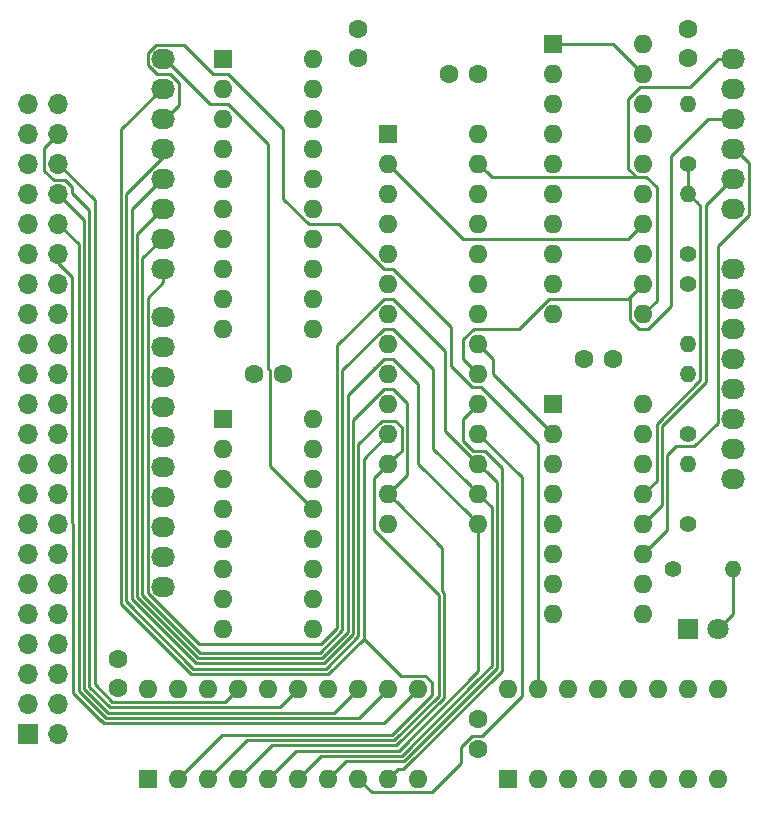
<source format=gbr>
G04 #@! TF.GenerationSoftware,KiCad,Pcbnew,(5.1.2)-2*
G04 #@! TF.CreationDate,2019-07-26T21:41:05+12:00*
G04 #@! TF.ProjectId,APEDSK-AU,41504544-534b-42d4-9155-2e6b69636164,rev?*
G04 #@! TF.SameCoordinates,Original*
G04 #@! TF.FileFunction,Copper,L1,Top*
G04 #@! TF.FilePolarity,Positive*
%FSLAX46Y46*%
G04 Gerber Fmt 4.6, Leading zero omitted, Abs format (unit mm)*
G04 Created by KiCad (PCBNEW (5.1.2)-2) date 2019-07-26 21:41:05*
%MOMM*%
%LPD*%
G04 APERTURE LIST*
%ADD10O,1.600000X1.600000*%
%ADD11R,1.600000X1.600000*%
%ADD12O,1.400000X1.400000*%
%ADD13C,1.400000*%
%ADD14O,1.700000X1.700000*%
%ADD15R,1.700000X1.700000*%
%ADD16O,2.032000X1.727200*%
%ADD17C,1.800000*%
%ADD18R,1.800000X1.800000*%
%ADD19C,1.600000*%
%ADD20C,0.250000*%
G04 APERTURE END LIST*
D10*
X122428000Y-126365000D03*
X145288000Y-133985000D03*
X124968000Y-126365000D03*
X142748000Y-133985000D03*
X127508000Y-126365000D03*
X140208000Y-133985000D03*
X130048000Y-126365000D03*
X137668000Y-133985000D03*
X132588000Y-126365000D03*
X135128000Y-133985000D03*
X135128000Y-126365000D03*
X132588000Y-133985000D03*
X137668000Y-126365000D03*
X130048000Y-133985000D03*
X140208000Y-126365000D03*
X127508000Y-133985000D03*
X142748000Y-126365000D03*
X124968000Y-133985000D03*
X145288000Y-126365000D03*
D11*
X122428000Y-133985000D03*
D12*
X168148000Y-76835000D03*
D13*
X168148000Y-81915000D03*
D14*
X114808000Y-76835000D03*
X112268000Y-76835000D03*
X114808000Y-79375000D03*
X112268000Y-79375000D03*
X114808000Y-81915000D03*
X112268000Y-81915000D03*
X114808000Y-84455000D03*
X112268000Y-84455000D03*
X114808000Y-86995000D03*
X112268000Y-86995000D03*
X114808000Y-89535000D03*
X112268000Y-89535000D03*
X114808000Y-92075000D03*
X112268000Y-92075000D03*
X114808000Y-94615000D03*
X112268000Y-94615000D03*
X114808000Y-97155000D03*
X112268000Y-97155000D03*
X114808000Y-99695000D03*
X112268000Y-99695000D03*
X114808000Y-102235000D03*
X112268000Y-102235000D03*
X114808000Y-104775000D03*
X112268000Y-104775000D03*
X114808000Y-107315000D03*
X112268000Y-107315000D03*
X114808000Y-109855000D03*
X112268000Y-109855000D03*
X114808000Y-112395000D03*
X112268000Y-112395000D03*
X114808000Y-114935000D03*
X112268000Y-114935000D03*
X114808000Y-117475000D03*
X112268000Y-117475000D03*
X114808000Y-120015000D03*
X112268000Y-120015000D03*
X114808000Y-122555000D03*
X112268000Y-122555000D03*
X114808000Y-125095000D03*
X112268000Y-125095000D03*
X114808000Y-127635000D03*
X112268000Y-127635000D03*
X114808000Y-130175000D03*
D15*
X112268000Y-130175000D03*
D10*
X136398000Y-73025000D03*
X128778000Y-95885000D03*
X136398000Y-75565000D03*
X128778000Y-93345000D03*
X136398000Y-78105000D03*
X128778000Y-90805000D03*
X136398000Y-80645000D03*
X128778000Y-88265000D03*
X136398000Y-83185000D03*
X128778000Y-85725000D03*
X136398000Y-85725000D03*
X128778000Y-83185000D03*
X136398000Y-88265000D03*
X128778000Y-80645000D03*
X136398000Y-90805000D03*
X128778000Y-78105000D03*
X136398000Y-93345000D03*
X128778000Y-75565000D03*
X136398000Y-95885000D03*
D11*
X128778000Y-73025000D03*
D10*
X136398000Y-103505000D03*
X128778000Y-121285000D03*
X136398000Y-106045000D03*
X128778000Y-118745000D03*
X136398000Y-108585000D03*
X128778000Y-116205000D03*
X136398000Y-111125000D03*
X128778000Y-113665000D03*
X136398000Y-113665000D03*
X128778000Y-111125000D03*
X136398000Y-116205000D03*
X128778000Y-108585000D03*
X136398000Y-118745000D03*
X128778000Y-106045000D03*
X136398000Y-121285000D03*
D11*
X128778000Y-103505000D03*
D10*
X152908000Y-126365000D03*
X170688000Y-133985000D03*
X155448000Y-126365000D03*
X168148000Y-133985000D03*
X157988000Y-126365000D03*
X165608000Y-133985000D03*
X160528000Y-126365000D03*
X163068000Y-133985000D03*
X163068000Y-126365000D03*
X160528000Y-133985000D03*
X165608000Y-126365000D03*
X157988000Y-133985000D03*
X168148000Y-126365000D03*
X155448000Y-133985000D03*
X170688000Y-126365000D03*
D11*
X152908000Y-133985000D03*
D16*
X123698000Y-90805000D03*
X123698000Y-88265000D03*
X123698000Y-85725000D03*
X123698000Y-83185000D03*
X123698000Y-80645000D03*
X123698000Y-78105000D03*
X123698000Y-75565000D03*
X123698000Y-73025000D03*
D10*
X150368000Y-79375000D03*
X142748000Y-112395000D03*
X150368000Y-81915000D03*
X142748000Y-109855000D03*
X150368000Y-84455000D03*
X142748000Y-107315000D03*
X150368000Y-86995000D03*
X142748000Y-104775000D03*
X150368000Y-89535000D03*
X142748000Y-102235000D03*
X150368000Y-92075000D03*
X142748000Y-99695000D03*
X150368000Y-94615000D03*
X142748000Y-97155000D03*
X150368000Y-97155000D03*
X142748000Y-94615000D03*
X150368000Y-99695000D03*
X142748000Y-92075000D03*
X150368000Y-102235000D03*
X142748000Y-89535000D03*
X150368000Y-104775000D03*
X142748000Y-86995000D03*
X150368000Y-107315000D03*
X142748000Y-84455000D03*
X150368000Y-109855000D03*
X142748000Y-81915000D03*
X150368000Y-112395000D03*
D11*
X142748000Y-79375000D03*
D10*
X164338000Y-102235000D03*
X156718000Y-120015000D03*
X164338000Y-104775000D03*
X156718000Y-117475000D03*
X164338000Y-107315000D03*
X156718000Y-114935000D03*
X164338000Y-109855000D03*
X156718000Y-112395000D03*
X164338000Y-112395000D03*
X156718000Y-109855000D03*
X164338000Y-114935000D03*
X156718000Y-107315000D03*
X164338000Y-117475000D03*
X156718000Y-104775000D03*
X164338000Y-120015000D03*
D11*
X156718000Y-102235000D03*
D10*
X164338000Y-71755000D03*
X156718000Y-94615000D03*
X164338000Y-74295000D03*
X156718000Y-92075000D03*
X164338000Y-76835000D03*
X156718000Y-89535000D03*
X164338000Y-79375000D03*
X156718000Y-86995000D03*
X164338000Y-81915000D03*
X156718000Y-84455000D03*
X164338000Y-84455000D03*
X156718000Y-81915000D03*
X164338000Y-86995000D03*
X156718000Y-79375000D03*
X164338000Y-89535000D03*
X156718000Y-76835000D03*
X164338000Y-92075000D03*
X156718000Y-74295000D03*
X164338000Y-94615000D03*
D11*
X156718000Y-71755000D03*
D12*
X171958000Y-116205000D03*
D13*
X166878000Y-116205000D03*
D12*
X168148000Y-107315000D03*
D13*
X168148000Y-112395000D03*
D12*
X168148000Y-99695000D03*
D13*
X168148000Y-104775000D03*
D12*
X168148000Y-97155000D03*
D13*
X168148000Y-92075000D03*
D12*
X168148000Y-84455000D03*
D13*
X168148000Y-89535000D03*
D17*
X170688000Y-121285000D03*
D18*
X168148000Y-121285000D03*
D19*
X150368000Y-128945000D03*
X150368000Y-131445000D03*
X161798000Y-98425000D03*
X159298000Y-98425000D03*
X168148000Y-70485000D03*
X168148000Y-72985000D03*
X147868000Y-74295000D03*
X150368000Y-74295000D03*
X140208000Y-70485000D03*
X140208000Y-72985000D03*
X119888000Y-123825000D03*
X119888000Y-126325000D03*
X131358000Y-99695000D03*
X133858000Y-99695000D03*
D16*
X171958000Y-108585000D03*
X171958000Y-106045000D03*
X171958000Y-103505000D03*
X171958000Y-100965000D03*
X171958000Y-98425000D03*
X171958000Y-95885000D03*
X171958000Y-93345000D03*
X171958000Y-90805000D03*
X171958000Y-85725000D03*
X171958000Y-83185000D03*
X171958000Y-80645000D03*
X171958000Y-78105000D03*
X171958000Y-75565000D03*
X171958000Y-73025000D03*
X123698000Y-117729000D03*
X123698000Y-115189000D03*
X123698000Y-112649000D03*
X123698000Y-110109000D03*
X123698000Y-107569000D03*
X123698000Y-105029000D03*
X123698000Y-102489000D03*
X123698000Y-99949000D03*
X123698000Y-97409000D03*
X123698000Y-94869000D03*
D20*
X171958000Y-120015000D02*
X170688000Y-121285000D01*
X171958000Y-116205000D02*
X171958000Y-120015000D01*
X150368000Y-99695000D02*
X149098000Y-98425000D01*
X149098000Y-96759998D02*
X149972998Y-95885000D01*
X149098000Y-98425000D02*
X149098000Y-96759998D01*
X153782998Y-95885000D02*
X156322998Y-93345000D01*
X163068000Y-93345000D02*
X164338000Y-92075000D01*
X156322998Y-93345000D02*
X163068000Y-93345000D01*
X163212999Y-93200001D02*
X163212999Y-95155001D01*
X164338000Y-92075000D02*
X163212999Y-93200001D01*
X169804587Y-78105000D02*
X171958000Y-78105000D01*
X163212999Y-95155001D02*
X163942998Y-95885000D01*
X163942998Y-95885000D02*
X164733002Y-95885000D01*
X166672988Y-81236599D02*
X169804587Y-78105000D01*
X164733002Y-95885000D02*
X166672988Y-93945014D01*
X166672988Y-93945014D02*
X166672988Y-81236599D01*
X149972998Y-95885000D02*
X153782998Y-95885000D01*
X133552988Y-127940012D02*
X135128000Y-126365000D01*
X119201599Y-127940012D02*
X133552988Y-127940012D01*
X117428032Y-85805032D02*
X117428032Y-126166445D01*
X115983001Y-84360001D02*
X117428032Y-85805032D01*
X113632999Y-82479001D02*
X114433997Y-83279999D01*
X117428032Y-126166445D02*
X119201599Y-127940012D01*
X114808000Y-79375000D02*
X113632999Y-80550001D01*
X114433997Y-83279999D02*
X115372001Y-83279999D01*
X113632999Y-80550001D02*
X113632999Y-82479001D01*
X115372001Y-83279999D02*
X115983001Y-83890999D01*
X115983001Y-83890999D02*
X115983001Y-84360001D01*
X128922999Y-127490001D02*
X129248001Y-127164999D01*
X114808000Y-81915000D02*
X117878042Y-84985042D01*
X117878042Y-125980044D02*
X119387999Y-127490001D01*
X117878042Y-84985042D02*
X117878042Y-125980044D01*
X129248001Y-127164999D02*
X130048000Y-126365000D01*
X119387999Y-127490001D02*
X128922999Y-127490001D01*
X116978022Y-86625022D02*
X114808000Y-84455000D01*
X116978022Y-126352846D02*
X116978022Y-86625022D01*
X119015199Y-128390023D02*
X116978022Y-126352846D01*
X138182977Y-128390023D02*
X119015199Y-128390023D01*
X140208000Y-126365000D02*
X138182977Y-128390023D01*
X116528011Y-88715011D02*
X114808000Y-86995000D01*
X116528011Y-126539246D02*
X116528011Y-88715011D01*
X118828799Y-128840034D02*
X116528011Y-126539246D01*
X142748000Y-126365000D02*
X140272966Y-128840034D01*
X140272966Y-128840034D02*
X118828799Y-128840034D01*
X118576970Y-129224616D02*
X118642399Y-129290045D01*
X114808000Y-89535000D02*
X114808000Y-90335998D01*
X114808000Y-90335998D02*
X115983001Y-91510999D01*
X118642399Y-129290045D02*
X142362955Y-129290045D01*
X142362955Y-129290045D02*
X145288000Y-126365000D01*
X118642399Y-129290045D02*
X118378789Y-129026434D01*
X115983001Y-91510999D02*
X115983001Y-112300001D01*
X115983001Y-112300001D02*
X116078000Y-112395000D01*
X116078000Y-112395000D02*
X116078002Y-126725647D01*
X116078002Y-126725647D02*
X118437678Y-129085323D01*
X164338000Y-112395000D02*
X165913012Y-110819988D01*
X165913012Y-104083401D02*
X169623012Y-100373401D01*
X165913012Y-110819988D02*
X165913012Y-104083401D01*
X169623012Y-100373401D02*
X169623012Y-85367588D01*
X171805600Y-83185000D02*
X171958000Y-83185000D01*
X169623012Y-85367588D02*
X171805600Y-83185000D01*
X164338000Y-114935000D02*
X166363023Y-112909977D01*
X166363023Y-106559977D02*
X167123000Y-105800001D01*
X170616990Y-88899358D02*
X173299010Y-86217338D01*
X173299010Y-81833610D02*
X172110400Y-80645000D01*
X167123000Y-105800001D02*
X168640001Y-105800001D01*
X166363023Y-112909977D02*
X166363023Y-106559977D01*
X170616990Y-103823012D02*
X170616990Y-88899358D01*
X173299010Y-86217338D02*
X173299010Y-81833610D01*
X168640001Y-105800001D02*
X170616990Y-103823012D01*
X172110400Y-80645000D02*
X171958000Y-80645000D01*
X161798000Y-71755000D02*
X164338000Y-74295000D01*
X156718000Y-71755000D02*
X161798000Y-71755000D01*
X151167999Y-82714999D02*
X150368000Y-81915000D01*
X151493001Y-83040001D02*
X151167999Y-82714999D01*
X164193001Y-83040001D02*
X151493001Y-83040001D01*
X170688000Y-73025000D02*
X171958000Y-73025000D01*
X163797999Y-83040001D02*
X163068000Y-82310002D01*
X164193001Y-83040001D02*
X163797999Y-83040001D01*
X163068000Y-82310002D02*
X163068000Y-76439998D01*
X163068000Y-76439998D02*
X164087997Y-75420001D01*
X164087997Y-75420001D02*
X168292999Y-75420001D01*
X168292999Y-75420001D02*
X170688000Y-73025000D01*
X164588003Y-83040001D02*
X164193001Y-83040001D01*
X165463001Y-83914999D02*
X164588003Y-83040001D01*
X164338000Y-94615000D02*
X165463001Y-93489999D01*
X165463001Y-93489999D02*
X165463001Y-83914999D01*
X150368000Y-102235000D02*
X149693009Y-102909991D01*
X144030156Y-133185001D02*
X152393022Y-124822135D01*
X152393022Y-107675021D02*
X150908001Y-106189999D01*
X149098000Y-105408590D02*
X149098000Y-103505000D01*
X150908001Y-106189999D02*
X149879409Y-106189999D01*
X149879409Y-106189999D02*
X149098000Y-105408590D01*
X149568001Y-103034999D02*
X150368000Y-102235000D01*
X152393022Y-124822135D02*
X152393022Y-107675021D01*
X149098000Y-103505000D02*
X149568001Y-103034999D01*
X142748000Y-133985000D02*
X143547999Y-133185001D01*
X143547999Y-133185001D02*
X144030156Y-133185001D01*
X154033001Y-108440001D02*
X150368000Y-104775000D01*
X154033001Y-126945001D02*
X154033001Y-108440001D01*
X150658003Y-130319999D02*
X154033001Y-126945001D01*
X148900499Y-132622503D02*
X148900499Y-131247499D01*
X140208000Y-133985000D02*
X141333001Y-135110001D01*
X141333001Y-135110001D02*
X146413001Y-135110001D01*
X149827999Y-130319999D02*
X150658003Y-130319999D01*
X148900499Y-131247499D02*
X149827999Y-130319999D01*
X146413001Y-135110001D02*
X148900499Y-132622503D01*
X138407963Y-112709951D02*
X138407963Y-97290035D01*
X138407960Y-121172989D02*
X138407960Y-113137769D01*
X122356990Y-118221338D02*
X126690652Y-122555000D01*
X138407956Y-113137764D02*
X138407963Y-112709951D01*
X123698000Y-91918600D02*
X122356990Y-93259610D01*
X122356990Y-93259610D02*
X122356990Y-118221338D01*
X123698000Y-90805000D02*
X123698000Y-91918600D01*
X138407960Y-113137769D02*
X138407956Y-113137764D01*
X126690652Y-122555000D02*
X137025949Y-122555000D01*
X137025949Y-122555000D02*
X138407964Y-121172985D01*
X151943011Y-108890011D02*
X151167999Y-108114999D01*
X144073658Y-132505088D02*
X151943011Y-124635735D01*
X139147912Y-132505088D02*
X144073658Y-132505088D01*
X151943011Y-124635735D02*
X151943011Y-108890011D01*
X151167999Y-108114999D02*
X150368000Y-107315000D01*
X137668000Y-133985000D02*
X139147912Y-132505088D01*
X138407963Y-97290035D02*
X141915499Y-93782499D01*
X141478000Y-94219998D02*
X141915499Y-93782499D01*
X147575490Y-104522490D02*
X150368000Y-107315000D01*
X147575490Y-97777488D02*
X147575490Y-104522490D01*
X143143002Y-93345000D02*
X147575490Y-97777488D01*
X142352998Y-93345000D02*
X143143002Y-93345000D01*
X141915499Y-93782499D02*
X142352998Y-93345000D01*
X137057923Y-132055077D02*
X143887258Y-132055077D01*
X150287968Y-125654367D02*
X150287970Y-125575681D01*
X143887258Y-132055077D02*
X150287968Y-125654367D01*
X135128000Y-133985000D02*
X137057923Y-132055077D01*
X150368000Y-109855000D02*
X151493000Y-110980000D01*
X151493000Y-124449335D02*
X150287968Y-125654367D01*
X151493000Y-110980000D02*
X151493000Y-124449335D01*
X149568001Y-109055001D02*
X150368000Y-109855000D01*
X146558000Y-106045000D02*
X149568001Y-109055001D01*
X146558000Y-99299998D02*
X146558000Y-106045000D01*
X143143002Y-95885000D02*
X146558000Y-99299998D01*
X123545600Y-88265000D02*
X121906979Y-89903621D01*
X142352998Y-95885000D02*
X143143002Y-95885000D01*
X123698000Y-88265000D02*
X123545600Y-88265000D01*
X121906979Y-89903621D02*
X121906979Y-118407738D01*
X121906979Y-118407738D02*
X126794201Y-123294960D01*
X126794201Y-123294960D02*
X136922399Y-123294960D01*
X138857974Y-99380024D02*
X142352998Y-95885000D01*
X138857974Y-121359385D02*
X138857974Y-99380024D01*
X136922399Y-123294960D02*
X138857974Y-121359385D01*
X121456968Y-87813632D02*
X121456968Y-118594138D01*
X126607801Y-123744971D02*
X137108799Y-123744971D01*
X121456968Y-118594138D02*
X126607801Y-123744971D01*
X137108799Y-123744971D02*
X139307981Y-121545787D01*
X123545600Y-85725000D02*
X121456968Y-87813632D01*
X123698000Y-85725000D02*
X123545600Y-85725000D01*
X139307981Y-121545787D02*
X139307981Y-112764981D01*
X139307981Y-112764981D02*
X139307983Y-112658610D01*
X141478001Y-99299997D02*
X142352998Y-98425000D01*
X134967934Y-131605066D02*
X132588000Y-133985000D01*
X143622175Y-131605066D02*
X134967934Y-131605066D01*
X150368000Y-124859241D02*
X143622175Y-131605066D01*
X150368000Y-112395000D02*
X150368000Y-124859241D01*
X139307983Y-101470015D02*
X142352998Y-98425000D01*
X139307983Y-112658610D02*
X139307983Y-101470015D01*
X149568001Y-111595001D02*
X150368000Y-112395000D01*
X145288000Y-107315000D02*
X149568001Y-111595001D01*
X145288000Y-100569998D02*
X145288000Y-107315000D01*
X142352998Y-98425000D02*
X143143002Y-98425000D01*
X143143002Y-98425000D02*
X145288000Y-100569998D01*
X144323012Y-108279988D02*
X144323012Y-102145010D01*
X144323012Y-102145010D02*
X143143002Y-100965000D01*
X142748000Y-109855000D02*
X144323012Y-108279988D01*
X142352998Y-100965000D02*
X142748000Y-100965000D01*
X143143002Y-100965000D02*
X142352998Y-100965000D01*
X139757992Y-103560006D02*
X142352998Y-100965000D01*
X139757991Y-121732186D02*
X139757992Y-103560006D01*
X123698000Y-83185000D02*
X123545600Y-83185000D01*
X123545600Y-83185000D02*
X121006957Y-85723643D01*
X121006957Y-85723643D02*
X121006957Y-118780538D01*
X121006957Y-118780538D02*
X126421399Y-124194980D01*
X126421399Y-124194980D02*
X137295200Y-124194980D01*
X137295200Y-124194980D02*
X139757991Y-121732186D01*
X130048000Y-133985000D02*
X132877945Y-131155055D01*
X147313023Y-118072782D02*
X147313023Y-114420023D01*
X132877945Y-131155055D02*
X143435775Y-131155055D01*
X147313023Y-114420023D02*
X143547999Y-110654999D01*
X147458022Y-118217781D02*
X147313023Y-118072782D01*
X147458022Y-127132808D02*
X147458022Y-118217781D01*
X143547999Y-110654999D02*
X142748000Y-109855000D01*
X143435775Y-131155055D02*
X147458022Y-127132808D01*
X143873001Y-106189999D02*
X143547999Y-106515001D01*
X143288001Y-103649999D02*
X143873001Y-104234999D01*
X142207999Y-103649999D02*
X143288001Y-103649999D01*
X140208002Y-105649996D02*
X142207999Y-103649999D01*
X143547999Y-106515001D02*
X142748000Y-107315000D01*
X137481602Y-124644989D02*
X140208001Y-121918585D01*
X143873001Y-104234999D02*
X143873001Y-106189999D01*
X123698000Y-80645000D02*
X123698000Y-81351652D01*
X140208001Y-121918585D02*
X140208002Y-105649996D01*
X123698000Y-81351652D02*
X120556946Y-84492706D01*
X120556946Y-84492706D02*
X120556946Y-118966938D01*
X120556946Y-118966938D02*
X126234999Y-124644991D01*
X126234999Y-124644991D02*
X137481600Y-124644991D01*
X137481600Y-124644991D02*
X137481602Y-124644989D01*
X141948001Y-108114999D02*
X142748000Y-107315000D01*
X130787956Y-130705044D02*
X143249375Y-130705044D01*
X127508000Y-133985000D02*
X130787956Y-130705044D01*
X141558031Y-108504969D02*
X141948001Y-108114999D01*
X143249375Y-130705044D02*
X147008011Y-126946408D01*
X147008011Y-118404181D02*
X141558031Y-112954201D01*
X147008011Y-126946408D02*
X147008011Y-118404181D01*
X141558031Y-112954201D02*
X141558031Y-108504969D01*
X155448000Y-105649998D02*
X155448000Y-126365000D01*
X142352998Y-90805000D02*
X143143002Y-90805000D01*
X148025501Y-95687499D02*
X148025501Y-99017503D01*
X123698000Y-78105000D02*
X123850400Y-78105000D01*
X122356990Y-72532662D02*
X123053262Y-71836390D01*
X143143002Y-90805000D02*
X148025501Y-95687499D01*
X125039010Y-76916390D02*
X125039010Y-75072662D01*
X125039010Y-75072662D02*
X124261348Y-74295000D01*
X124261348Y-74295000D02*
X123134652Y-74295000D01*
X148025501Y-99017503D02*
X149827999Y-100820001D01*
X123134652Y-74295000D02*
X122356990Y-73517338D01*
X150618003Y-100820001D02*
X155448000Y-105649998D01*
X149827999Y-100820001D02*
X150618003Y-100820001D01*
X122356990Y-73517338D02*
X122356990Y-72532662D01*
X123053262Y-71836390D02*
X125404388Y-71836390D01*
X138542998Y-86995000D02*
X142352998Y-90805000D01*
X125404388Y-71836390D02*
X127862998Y-74295000D01*
X129173002Y-74295000D02*
X133858000Y-78979998D01*
X127862998Y-74295000D02*
X129173002Y-74295000D01*
X123850400Y-78105000D02*
X125039010Y-76916390D01*
X133858000Y-78979998D02*
X133858000Y-84850002D01*
X133858000Y-84850002D02*
X136002998Y-86995000D01*
X136002998Y-86995000D02*
X138542998Y-86995000D01*
X142748000Y-105417053D02*
X142748000Y-104775000D01*
X124968000Y-133985000D02*
X128697967Y-130255033D01*
X128697967Y-130255033D02*
X141558033Y-130255033D01*
X141558033Y-130255033D02*
X142659501Y-130255033D01*
X123545600Y-75565000D02*
X123698000Y-75565000D01*
X120106935Y-119153338D02*
X120106935Y-79003665D01*
X126050008Y-125096411D02*
X120106935Y-119153338D01*
X137666589Y-125096411D02*
X126050008Y-125096411D01*
X140658011Y-122104989D02*
X137666589Y-125096411D01*
X143062975Y-130255033D02*
X146413001Y-126905007D01*
X141558033Y-130255033D02*
X143062975Y-130255033D01*
X146413001Y-126905007D02*
X146413001Y-125824999D01*
X146413001Y-125824999D02*
X145828001Y-125239999D01*
X120106935Y-79003665D02*
X123545600Y-75565000D01*
X145828001Y-125239999D02*
X143793021Y-125239999D01*
X143793021Y-125239999D02*
X140658011Y-122104989D01*
X140658011Y-106864989D02*
X142748000Y-104775000D01*
X140658011Y-122104989D02*
X140658011Y-106864989D01*
X133858000Y-108585000D02*
X136398000Y-111125000D01*
X169173001Y-100187001D02*
X169173001Y-85480001D01*
X165463001Y-103897001D02*
X169173001Y-100187001D01*
X164338000Y-109855000D02*
X165463001Y-108729999D01*
X168847999Y-85154999D02*
X168148000Y-84455000D01*
X165463001Y-108729999D02*
X165463001Y-103897001D01*
X169173001Y-85480001D02*
X168847999Y-85154999D01*
X168148000Y-84455000D02*
X168148000Y-81915000D01*
X132732999Y-107459999D02*
X136398000Y-111125000D01*
X132732999Y-102090001D02*
X132732999Y-107459999D01*
X132732999Y-102090001D02*
X132732999Y-102379999D01*
X132732999Y-99404997D02*
X132732999Y-102090001D01*
X123850400Y-73025000D02*
X127660400Y-76835000D01*
X123698000Y-73025000D02*
X123850400Y-73025000D01*
X129173002Y-76835000D02*
X132588000Y-80249998D01*
X127660400Y-76835000D02*
X129173002Y-76835000D01*
X132588000Y-80249998D02*
X132588000Y-99259998D01*
X132588000Y-99259998D02*
X132732999Y-99404997D01*
X142748000Y-81915000D02*
X149098000Y-88265000D01*
X163068000Y-88265000D02*
X164338000Y-86995000D01*
X149098000Y-88265000D02*
X163068000Y-88265000D01*
X151638000Y-99695000D02*
X156718000Y-104775000D01*
X151638000Y-98425000D02*
X151638000Y-99695000D01*
X150368000Y-97155000D02*
X151638000Y-98425000D01*
M02*

</source>
